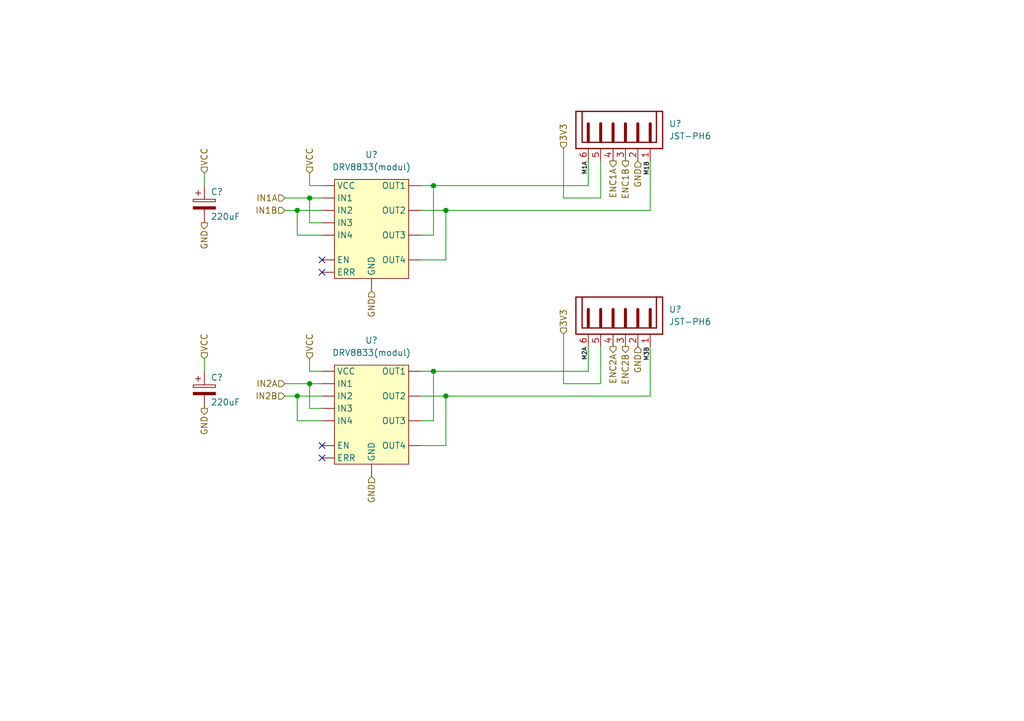
<source format=kicad_sch>
(kicad_sch (version 20211123) (generator eeschema)
  (paper "A5")
  (lib_symbols
    (symbol "Device:C_Polarized" (pin_numbers hide) (pin_names (offset 0.254))
      (property "Reference" "C" (at 0.635 2.54 0))
      (property "Value" "C_Polarized" (at 0.635 -2.54 0))
      (symbol "C_Polarized_0_1"
        (rectangle (start -2.286 0.508) (end 2.286 1.016))
        (polyline (pts (xy -1.778 2.286) (xy -0.762 2.286)))
        (polyline (pts (xy -1.27 2.794) (xy -1.27 1.778)))
        (rectangle (start 2.286 -0.508) (end -2.286 -1.016) (fill (type outline)))
      )
      (symbol "C_Polarized_1_1"
        (pin passive line (at 0 3.81 270) (length 2.794) (name "~") (number "1"))
        (pin passive line (at 0 -3.81 90) (length 2.794) (name "~") (number "2"))
      )
    )
    (symbol "RBCX:JST-PH6"
      (property "Reference" "U" (at 0 3.81 0))
      (property "Value" "JST-PH6" (at 0 1.905 0))
      (symbol "JST-PH6_1_0"
        (polyline (pts (xy -8.89 -7.62) (xy 8.89 -7.62)) (stroke (width 0.254)))
        (polyline (pts (xy -8.89 0) (xy -8.89 -7.62)) (stroke (width 0.254)))
        (polyline (pts (xy -7.62 -6.35) (xy -7.62 0)) (stroke (width 0.254)))
        (polyline (pts (xy -7.62 0) (xy -8.89 0)) (stroke (width 0.254)))
        (polyline (pts (xy -6.35 -6.096) (xy -6.35 -2.54)) (stroke (width 0.6096)))
        (polyline (pts (xy -3.81 -6.096) (xy -3.81 -2.54)) (stroke (width 0.6096)))
        (polyline (pts (xy -1.27 -6.096) (xy -1.27 -2.54)) (stroke (width 0.6096)))
        (polyline (pts (xy 1.27 -6.096) (xy 1.27 -2.54)) (stroke (width 0.6096)))
        (polyline (pts (xy 3.81 -6.096) (xy 3.81 -2.54)) (stroke (width 0.6096)))
        (polyline (pts (xy 6.35 -6.096) (xy 6.35 -2.54)) (stroke (width 0.6096)))
        (polyline (pts (xy 7.62 -6.35) (xy -7.62 -6.35)) (stroke (width 0.254)))
        (polyline (pts (xy 7.62 0) (xy -7.62 0)) (stroke (width 0.254)))
        (polyline (pts (xy 7.62 0) (xy 7.62 -6.35)) (stroke (width 0.254)))
        (polyline (pts (xy 8.89 -7.62) (xy 8.89 0)) (stroke (width 0.254)))
        (polyline (pts (xy 8.89 0) (xy 7.62 0)) (stroke (width 0.254)))
        (pin passive line (at 6.35 -10.16 90) (length 2.54) (name "1") (number "1"))
        (pin passive line (at 3.81 -10.16 90) (length 2.54) (name "2") (number "2"))
        (pin passive line (at 1.27 -10.16 90) (length 2.54) (name "3") (number "3"))
        (pin passive line (at -1.27 -10.16 90) (length 2.54) (name "4") (number "4"))
        (pin passive line (at -3.81 -10.16 90) (length 2.54) (name "5") (number "5"))
        (pin passive line (at -6.35 -10.16 90) (length 2.54) (name "6") (number "6"))
      )
    )
    (symbol "Robotarna_KiCad_Library:DRV8833(modul)"
      (property "Reference" "U" (at 0 5.08 0))
      (property "Value" "DRV8833(modul)" (at 0 2.54 0))
      (symbol "DRV8833(modul)_0_1"
        (rectangle (start -7.62 1.27) (end 7.62 -19.05) (fill (type background)))
      )
      (symbol "DRV8833(modul)_1_1"
        (pin input line (at -10.16 -15.24 0) (length 2.54) (name "EN") (number ""))
        (pin input line (at -10.16 -17.78 0) (length 2.54) (name "ERR") (number ""))
        (pin power_in line (at 0 -21.59 90) (length 2.54) (name "GND") (number ""))
        (pin input line (at -10.16 -2.54 0) (length 2.54) (name "IN1") (number ""))
        (pin input line (at -10.16 -5.08 0) (length 2.54) (name "IN2") (number ""))
        (pin input line (at -10.16 -7.62 0) (length 2.54) (name "IN3") (number ""))
        (pin input line (at -10.16 -10.16 0) (length 2.54) (name "IN4") (number ""))
        (pin input line (at 10.16 0 180) (length 2.54) (name "OUT1") (number ""))
        (pin input line (at 10.16 -5.08 180) (length 2.54) (name "OUT2") (number ""))
        (pin input line (at 10.16 -10.16 180) (length 2.54) (name "OUT3") (number ""))
        (pin input line (at 10.16 -15.24 180) (length 2.54) (name "OUT4") (number ""))
        (pin power_in line (at -10.16 0 0) (length 2.54) (name "VCC") (number ""))
      )
    )
  )
  (junction (at 91.44 81.28))
  (junction (at 60.96 81.28))
  (junction (at 63.5 40.64))
  (junction (at 88.9 76.2))
  (junction (at 91.44 43.18))
  (junction (at 88.9 38.1))
  (junction (at 63.5 78.74))
  (junction (at 60.96 43.18))
  (no_connect (at 66.04 55.88))
  (no_connect (at 66.04 53.34))
  (no_connect (at 66.04 91.44))
  (no_connect (at 66.04 93.98))
  (wire (pts (xy 63.5 76.2) (xy 66.04 76.2)))
  (wire (pts (xy 91.44 43.18) (xy 91.44 53.34)))
  (wire (pts (xy 115.57 68.58) (xy 115.57 78.74)))
  (wire (pts (xy 91.44 81.28) (xy 133.35 81.28)))
  (wire (pts (xy 120.65 33.02) (xy 120.65 38.1)))
  (wire (pts (xy 63.5 40.64) (xy 63.5 45.72)))
  (wire (pts (xy 120.65 71.12) (xy 120.65 76.2)))
  (wire (pts (xy 63.5 35.56) (xy 63.5 38.1)))
  (wire (pts (xy 88.9 48.26) (xy 86.36 48.26)))
  (wire (pts (xy 86.36 76.2) (xy 88.9 76.2)))
  (wire (pts (xy 123.19 40.64) (xy 123.19 33.02)))
  (wire (pts (xy 88.9 76.2) (xy 120.65 76.2)))
  (wire (pts (xy 63.5 78.74) (xy 63.5 83.82)))
  (wire (pts (xy 66.04 78.74) (xy 63.5 78.74)))
  (wire (pts (xy 60.96 81.28) (xy 66.04 81.28)))
  (wire (pts (xy 86.36 81.28) (xy 91.44 81.28)))
  (wire (pts (xy 115.57 40.64) (xy 123.19 40.64)))
  (wire (pts (xy 60.96 86.36) (xy 60.96 81.28)))
  (wire (pts (xy 91.44 53.34) (xy 86.36 53.34)))
  (wire (pts (xy 133.35 71.12) (xy 133.35 81.28)))
  (wire (pts (xy 86.36 38.1) (xy 88.9 38.1)))
  (wire (pts (xy 88.9 38.1) (xy 88.9 48.26)))
  (wire (pts (xy 123.19 78.74) (xy 123.19 71.12)))
  (wire (pts (xy 115.57 30.48) (xy 115.57 40.64)))
  (wire (pts (xy 60.96 43.18) (xy 66.04 43.18)))
  (wire (pts (xy 66.04 48.26) (xy 60.96 48.26)))
  (wire (pts (xy 60.96 48.26) (xy 60.96 43.18)))
  (wire (pts (xy 63.5 83.82) (xy 66.04 83.82)))
  (wire (pts (xy 63.5 45.72) (xy 66.04 45.72)))
  (wire (pts (xy 58.42 78.74) (xy 63.5 78.74)))
  (wire (pts (xy 58.42 81.28) (xy 60.96 81.28)))
  (wire (pts (xy 41.91 35.56) (xy 41.91 38.1)))
  (wire (pts (xy 88.9 86.36) (xy 86.36 86.36)))
  (wire (pts (xy 91.44 81.28) (xy 91.44 91.44)))
  (wire (pts (xy 88.9 76.2) (xy 88.9 86.36)))
  (wire (pts (xy 88.9 38.1) (xy 120.65 38.1)))
  (wire (pts (xy 63.5 38.1) (xy 66.04 38.1)))
  (wire (pts (xy 86.36 43.18) (xy 91.44 43.18)))
  (wire (pts (xy 115.57 78.74) (xy 123.19 78.74)))
  (wire (pts (xy 133.35 33.02) (xy 133.35 43.18)))
  (wire (pts (xy 66.04 86.36) (xy 60.96 86.36)))
  (wire (pts (xy 91.44 91.44) (xy 86.36 91.44)))
  (wire (pts (xy 41.91 73.66) (xy 41.91 76.2)))
  (wire (pts (xy 63.5 73.66) (xy 63.5 76.2)))
  (wire (pts (xy 58.42 43.18) (xy 60.96 43.18)))
  (wire (pts (xy 58.42 40.64) (xy 63.5 40.64)))
  (wire (pts (xy 66.04 40.64) (xy 63.5 40.64)))
  (wire (pts (xy 91.44 43.18) (xy 133.35 43.18)))
  (label "M1A" (at 120.65 33.02 270) (effects (font (size 0.889 0.889))))
  (label "M2A" (at 120.65 71.12 270) (effects (font (size 0.889 0.889))))
  (label "M1B" (at 133.35 33.02 270) (effects (font (size 0.889 0.889))))
  (label "M3B" (at 133.35 71.12 270) (effects (font (size 0.889 0.889))))
  (hierarchical_label "IN1B" (shape input) (at 58.42 43.18 180))
  (hierarchical_label "GND" (shape output) (at 41.91 45.72 270))
  (hierarchical_label "GND" (shape input) (at 76.2 59.69 270))
  (hierarchical_label "ENC1A" (shape output) (at 125.73 33.02 270))
  (hierarchical_label "ENC2A" (shape output) (at 125.73 71.12 270))
  (hierarchical_label "GND" (shape output) (at 41.91 83.82 270))
  (hierarchical_label "ENC2B" (shape output) (at 128.27 71.12 270))
  (hierarchical_label "IN1A" (shape input) (at 58.42 40.64 180))
  (hierarchical_label "VCC" (shape input) (at 41.91 35.56 90))
  (hierarchical_label "3V3" (shape input) (at 115.57 68.58 90))
  (hierarchical_label "VCC" (shape input) (at 41.91 73.66 90))
  (hierarchical_label "IN2A" (shape input) (at 58.42 78.74 180))
  (hierarchical_label "GND" (shape input) (at 76.2 97.79 270))
  (hierarchical_label "GND" (shape input) (at 130.81 33.02 270))
  (hierarchical_label "VCC" (shape input) (at 63.5 35.56 90))
  (hierarchical_label "GND" (shape input) (at 130.81 71.12 270))
  (hierarchical_label "IN2B" (shape input) (at 58.42 81.28 180))
  (hierarchical_label "VCC" (shape input) (at 63.5 73.66 90))
  (hierarchical_label "3V3" (shape input) (at 115.57 30.48 90))
  (hierarchical_label "ENC1B" (shape output) (at 128.27 33.02 270))
  (symbol (lib_id "Robotarna_KiCad_Library:DRV8833(modul)") (at 76.2 38.1 0) (unit 1)
    (property "Reference" "U?" (at 76.2 31.75 0))
    (property "Value" "DRV8833(modul)" (at 76.2 34.29 0))
  )
  (symbol (lib_id "RBCX:JST-PH6") (at 127 22.86 0) (unit 1)
    (property "Reference" "U?" (at 137.16 25.3999 0) (effects (justify left)))
    (property "Value" "JST-PH6" (at 137.16 27.9399 0) (effects (justify left)))
    (property "Footprint" "RBCX:JST-PH6" (effects hide))
    (property "LCSC" "C131342" (effects hide))
    (property "Basic/Extended" "E" (effects hide))
    (property "JLCPCB_CORRECTION" "0;0;180" (effects hide))
  )
  (symbol (lib_id "Robotarna_KiCad_Library:DRV8833(modul)") (at 76.2 76.2 0) (unit 1)
    (property "Reference" "U?" (at 76.2 69.85 0))
    (property "Value" "DRV8833(modul)" (at 76.2 72.39 0))
  )
  (symbol (lib_id "Device:C_Polarized") (at 41.91 80.01 0) (unit 1)
    (property "Reference" "C?" (at 43.18 77.47 0) (effects (justify left)))
    (property "Value" "220uF" (at 43.18 82.55 0) (effects (justify left)))
    (property "Footprint" "Capacitor_SMD:CP_Elec_8x11.9" (effects hide))
    (property "Datasheet" "https://datasheet.lcsc.com/lcsc/2112131830_AISHI-Aihua-Group-SVZ1VM221FBRE00RAXXX_C2923769.pdf" (effects hide))
    (property "LCSC" "C2923769" (effects hide))
    (property "Basic/Extended" "E" (effects hide))
  )
  (symbol (lib_id "Device:C_Polarized") (at 41.91 41.91 0) (unit 1)
    (property "Reference" "C?" (at 43.18 39.37 0) (effects (justify left)))
    (property "Value" "220uF" (at 43.18 44.45 0) (effects (justify left)))
    (property "Footprint" "Capacitor_SMD:CP_Elec_8x11.9" (effects hide))
    (property "Datasheet" "https://datasheet.lcsc.com/lcsc/2112131830_AISHI-Aihua-Group-SVZ1VM221FBRE00RAXXX_C2923769.pdf" (effects hide))
    (property "LCSC" "C2923769" (effects hide))
    (property "Basic/Extended" "E" (effects hide))
  )
  (symbol (lib_id "RBCX:JST-PH6") (at 127 60.96 0) (unit 1)
    (property "Reference" "U?" (at 137.16 63.4999 0) (effects (justify left)))
    (property "Value" "JST-PH6" (at 137.16 66.0399 0) (effects (justify left)))
    (property "Footprint" "RBCX:JST-PH6" (effects hide))
    (property "LCSC" "C131342" (effects hide))
    (property "Basic/Extended" "E" (effects hide))
    (property "JLCPCB_CORRECTION" "0;0;180" (effects hide))
  )
)
</source>
